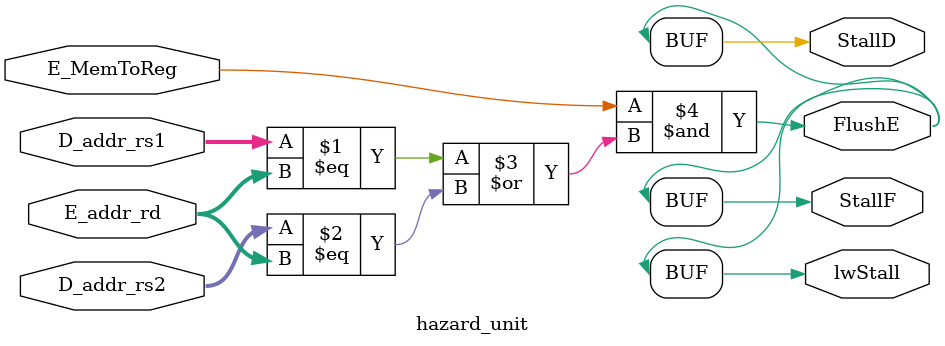
<source format=sv>
`timescale 1ns / 1ps

module hazard_unit(
   
    input logic E_MemToReg,
    
    input logic [ 4:0 ] D_addr_rs1,
    input logic [ 4:0 ] D_addr_rs2,
    input logic [ 4:0 ] E_addr_rd,
    
    output logic lwStall,
    output logic StallF,
    output logic StallD,
    output logic FlushE

    );
    // guard against lw x0 ... .could be introduced but later 
    
    assign lwStall =  E_MemToReg & 
                               ((D_addr_rs1 == E_addr_rd) |   // D stage source operands
                                (D_addr_rs2 == E_addr_rd) );   
    
    assign StallF =   lwStall; 
    assign StallD =  lwStall;
    assign FlushE = lwStall;
    
endmodule

</source>
